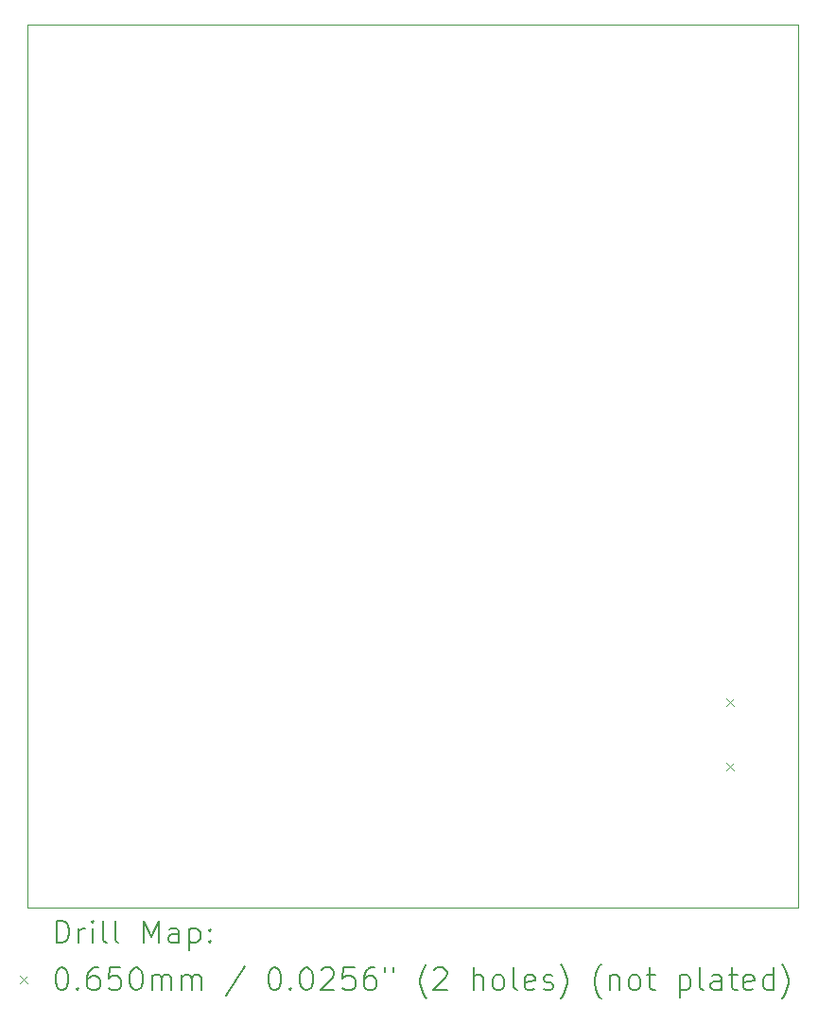
<source format=gbr>
%TF.GenerationSoftware,KiCad,Pcbnew,8.0.3*%
%TF.CreationDate,2024-07-18T22:26:14+08:00*%
%TF.ProjectId,NTC,4e54432e-6b69-4636-9164-5f7063625858,rev?*%
%TF.SameCoordinates,Original*%
%TF.FileFunction,Drillmap*%
%TF.FilePolarity,Positive*%
%FSLAX45Y45*%
G04 Gerber Fmt 4.5, Leading zero omitted, Abs format (unit mm)*
G04 Created by KiCad (PCBNEW 8.0.3) date 2024-07-18 22:26:14*
%MOMM*%
%LPD*%
G01*
G04 APERTURE LIST*
%ADD10C,0.100000*%
%ADD11C,0.200000*%
G04 APERTURE END LIST*
D10*
X18450000Y-5000000D02*
X18450000Y-12900000D01*
X11550000Y-5000000D02*
X18450000Y-5000000D01*
X11550000Y-5000000D02*
X11550000Y-12900000D01*
X18450000Y-12900000D02*
X11550000Y-12900000D01*
D11*
D10*
X17807000Y-11028500D02*
X17872000Y-11093500D01*
X17872000Y-11028500D02*
X17807000Y-11093500D01*
X17807000Y-11606500D02*
X17872000Y-11671500D01*
X17872000Y-11606500D02*
X17807000Y-11671500D01*
D11*
X11805777Y-13216484D02*
X11805777Y-13016484D01*
X11805777Y-13016484D02*
X11853396Y-13016484D01*
X11853396Y-13016484D02*
X11881967Y-13026008D01*
X11881967Y-13026008D02*
X11901015Y-13045055D01*
X11901015Y-13045055D02*
X11910539Y-13064103D01*
X11910539Y-13064103D02*
X11920062Y-13102198D01*
X11920062Y-13102198D02*
X11920062Y-13130769D01*
X11920062Y-13130769D02*
X11910539Y-13168865D01*
X11910539Y-13168865D02*
X11901015Y-13187912D01*
X11901015Y-13187912D02*
X11881967Y-13206960D01*
X11881967Y-13206960D02*
X11853396Y-13216484D01*
X11853396Y-13216484D02*
X11805777Y-13216484D01*
X12005777Y-13216484D02*
X12005777Y-13083150D01*
X12005777Y-13121246D02*
X12015301Y-13102198D01*
X12015301Y-13102198D02*
X12024824Y-13092674D01*
X12024824Y-13092674D02*
X12043872Y-13083150D01*
X12043872Y-13083150D02*
X12062920Y-13083150D01*
X12129586Y-13216484D02*
X12129586Y-13083150D01*
X12129586Y-13016484D02*
X12120062Y-13026008D01*
X12120062Y-13026008D02*
X12129586Y-13035531D01*
X12129586Y-13035531D02*
X12139110Y-13026008D01*
X12139110Y-13026008D02*
X12129586Y-13016484D01*
X12129586Y-13016484D02*
X12129586Y-13035531D01*
X12253396Y-13216484D02*
X12234348Y-13206960D01*
X12234348Y-13206960D02*
X12224824Y-13187912D01*
X12224824Y-13187912D02*
X12224824Y-13016484D01*
X12358158Y-13216484D02*
X12339110Y-13206960D01*
X12339110Y-13206960D02*
X12329586Y-13187912D01*
X12329586Y-13187912D02*
X12329586Y-13016484D01*
X12586729Y-13216484D02*
X12586729Y-13016484D01*
X12586729Y-13016484D02*
X12653396Y-13159341D01*
X12653396Y-13159341D02*
X12720062Y-13016484D01*
X12720062Y-13016484D02*
X12720062Y-13216484D01*
X12901015Y-13216484D02*
X12901015Y-13111722D01*
X12901015Y-13111722D02*
X12891491Y-13092674D01*
X12891491Y-13092674D02*
X12872443Y-13083150D01*
X12872443Y-13083150D02*
X12834348Y-13083150D01*
X12834348Y-13083150D02*
X12815301Y-13092674D01*
X12901015Y-13206960D02*
X12881967Y-13216484D01*
X12881967Y-13216484D02*
X12834348Y-13216484D01*
X12834348Y-13216484D02*
X12815301Y-13206960D01*
X12815301Y-13206960D02*
X12805777Y-13187912D01*
X12805777Y-13187912D02*
X12805777Y-13168865D01*
X12805777Y-13168865D02*
X12815301Y-13149817D01*
X12815301Y-13149817D02*
X12834348Y-13140293D01*
X12834348Y-13140293D02*
X12881967Y-13140293D01*
X12881967Y-13140293D02*
X12901015Y-13130769D01*
X12996253Y-13083150D02*
X12996253Y-13283150D01*
X12996253Y-13092674D02*
X13015301Y-13083150D01*
X13015301Y-13083150D02*
X13053396Y-13083150D01*
X13053396Y-13083150D02*
X13072443Y-13092674D01*
X13072443Y-13092674D02*
X13081967Y-13102198D01*
X13081967Y-13102198D02*
X13091491Y-13121246D01*
X13091491Y-13121246D02*
X13091491Y-13178388D01*
X13091491Y-13178388D02*
X13081967Y-13197436D01*
X13081967Y-13197436D02*
X13072443Y-13206960D01*
X13072443Y-13206960D02*
X13053396Y-13216484D01*
X13053396Y-13216484D02*
X13015301Y-13216484D01*
X13015301Y-13216484D02*
X12996253Y-13206960D01*
X13177205Y-13197436D02*
X13186729Y-13206960D01*
X13186729Y-13206960D02*
X13177205Y-13216484D01*
X13177205Y-13216484D02*
X13167682Y-13206960D01*
X13167682Y-13206960D02*
X13177205Y-13197436D01*
X13177205Y-13197436D02*
X13177205Y-13216484D01*
X13177205Y-13092674D02*
X13186729Y-13102198D01*
X13186729Y-13102198D02*
X13177205Y-13111722D01*
X13177205Y-13111722D02*
X13167682Y-13102198D01*
X13167682Y-13102198D02*
X13177205Y-13092674D01*
X13177205Y-13092674D02*
X13177205Y-13111722D01*
D10*
X11480000Y-13512500D02*
X11545000Y-13577500D01*
X11545000Y-13512500D02*
X11480000Y-13577500D01*
D11*
X11843872Y-13436484D02*
X11862920Y-13436484D01*
X11862920Y-13436484D02*
X11881967Y-13446008D01*
X11881967Y-13446008D02*
X11891491Y-13455531D01*
X11891491Y-13455531D02*
X11901015Y-13474579D01*
X11901015Y-13474579D02*
X11910539Y-13512674D01*
X11910539Y-13512674D02*
X11910539Y-13560293D01*
X11910539Y-13560293D02*
X11901015Y-13598388D01*
X11901015Y-13598388D02*
X11891491Y-13617436D01*
X11891491Y-13617436D02*
X11881967Y-13626960D01*
X11881967Y-13626960D02*
X11862920Y-13636484D01*
X11862920Y-13636484D02*
X11843872Y-13636484D01*
X11843872Y-13636484D02*
X11824824Y-13626960D01*
X11824824Y-13626960D02*
X11815301Y-13617436D01*
X11815301Y-13617436D02*
X11805777Y-13598388D01*
X11805777Y-13598388D02*
X11796253Y-13560293D01*
X11796253Y-13560293D02*
X11796253Y-13512674D01*
X11796253Y-13512674D02*
X11805777Y-13474579D01*
X11805777Y-13474579D02*
X11815301Y-13455531D01*
X11815301Y-13455531D02*
X11824824Y-13446008D01*
X11824824Y-13446008D02*
X11843872Y-13436484D01*
X11996253Y-13617436D02*
X12005777Y-13626960D01*
X12005777Y-13626960D02*
X11996253Y-13636484D01*
X11996253Y-13636484D02*
X11986729Y-13626960D01*
X11986729Y-13626960D02*
X11996253Y-13617436D01*
X11996253Y-13617436D02*
X11996253Y-13636484D01*
X12177205Y-13436484D02*
X12139110Y-13436484D01*
X12139110Y-13436484D02*
X12120062Y-13446008D01*
X12120062Y-13446008D02*
X12110539Y-13455531D01*
X12110539Y-13455531D02*
X12091491Y-13484103D01*
X12091491Y-13484103D02*
X12081967Y-13522198D01*
X12081967Y-13522198D02*
X12081967Y-13598388D01*
X12081967Y-13598388D02*
X12091491Y-13617436D01*
X12091491Y-13617436D02*
X12101015Y-13626960D01*
X12101015Y-13626960D02*
X12120062Y-13636484D01*
X12120062Y-13636484D02*
X12158158Y-13636484D01*
X12158158Y-13636484D02*
X12177205Y-13626960D01*
X12177205Y-13626960D02*
X12186729Y-13617436D01*
X12186729Y-13617436D02*
X12196253Y-13598388D01*
X12196253Y-13598388D02*
X12196253Y-13550769D01*
X12196253Y-13550769D02*
X12186729Y-13531722D01*
X12186729Y-13531722D02*
X12177205Y-13522198D01*
X12177205Y-13522198D02*
X12158158Y-13512674D01*
X12158158Y-13512674D02*
X12120062Y-13512674D01*
X12120062Y-13512674D02*
X12101015Y-13522198D01*
X12101015Y-13522198D02*
X12091491Y-13531722D01*
X12091491Y-13531722D02*
X12081967Y-13550769D01*
X12377205Y-13436484D02*
X12281967Y-13436484D01*
X12281967Y-13436484D02*
X12272443Y-13531722D01*
X12272443Y-13531722D02*
X12281967Y-13522198D01*
X12281967Y-13522198D02*
X12301015Y-13512674D01*
X12301015Y-13512674D02*
X12348634Y-13512674D01*
X12348634Y-13512674D02*
X12367682Y-13522198D01*
X12367682Y-13522198D02*
X12377205Y-13531722D01*
X12377205Y-13531722D02*
X12386729Y-13550769D01*
X12386729Y-13550769D02*
X12386729Y-13598388D01*
X12386729Y-13598388D02*
X12377205Y-13617436D01*
X12377205Y-13617436D02*
X12367682Y-13626960D01*
X12367682Y-13626960D02*
X12348634Y-13636484D01*
X12348634Y-13636484D02*
X12301015Y-13636484D01*
X12301015Y-13636484D02*
X12281967Y-13626960D01*
X12281967Y-13626960D02*
X12272443Y-13617436D01*
X12510539Y-13436484D02*
X12529586Y-13436484D01*
X12529586Y-13436484D02*
X12548634Y-13446008D01*
X12548634Y-13446008D02*
X12558158Y-13455531D01*
X12558158Y-13455531D02*
X12567682Y-13474579D01*
X12567682Y-13474579D02*
X12577205Y-13512674D01*
X12577205Y-13512674D02*
X12577205Y-13560293D01*
X12577205Y-13560293D02*
X12567682Y-13598388D01*
X12567682Y-13598388D02*
X12558158Y-13617436D01*
X12558158Y-13617436D02*
X12548634Y-13626960D01*
X12548634Y-13626960D02*
X12529586Y-13636484D01*
X12529586Y-13636484D02*
X12510539Y-13636484D01*
X12510539Y-13636484D02*
X12491491Y-13626960D01*
X12491491Y-13626960D02*
X12481967Y-13617436D01*
X12481967Y-13617436D02*
X12472443Y-13598388D01*
X12472443Y-13598388D02*
X12462920Y-13560293D01*
X12462920Y-13560293D02*
X12462920Y-13512674D01*
X12462920Y-13512674D02*
X12472443Y-13474579D01*
X12472443Y-13474579D02*
X12481967Y-13455531D01*
X12481967Y-13455531D02*
X12491491Y-13446008D01*
X12491491Y-13446008D02*
X12510539Y-13436484D01*
X12662920Y-13636484D02*
X12662920Y-13503150D01*
X12662920Y-13522198D02*
X12672443Y-13512674D01*
X12672443Y-13512674D02*
X12691491Y-13503150D01*
X12691491Y-13503150D02*
X12720063Y-13503150D01*
X12720063Y-13503150D02*
X12739110Y-13512674D01*
X12739110Y-13512674D02*
X12748634Y-13531722D01*
X12748634Y-13531722D02*
X12748634Y-13636484D01*
X12748634Y-13531722D02*
X12758158Y-13512674D01*
X12758158Y-13512674D02*
X12777205Y-13503150D01*
X12777205Y-13503150D02*
X12805777Y-13503150D01*
X12805777Y-13503150D02*
X12824824Y-13512674D01*
X12824824Y-13512674D02*
X12834348Y-13531722D01*
X12834348Y-13531722D02*
X12834348Y-13636484D01*
X12929586Y-13636484D02*
X12929586Y-13503150D01*
X12929586Y-13522198D02*
X12939110Y-13512674D01*
X12939110Y-13512674D02*
X12958158Y-13503150D01*
X12958158Y-13503150D02*
X12986729Y-13503150D01*
X12986729Y-13503150D02*
X13005777Y-13512674D01*
X13005777Y-13512674D02*
X13015301Y-13531722D01*
X13015301Y-13531722D02*
X13015301Y-13636484D01*
X13015301Y-13531722D02*
X13024824Y-13512674D01*
X13024824Y-13512674D02*
X13043872Y-13503150D01*
X13043872Y-13503150D02*
X13072443Y-13503150D01*
X13072443Y-13503150D02*
X13091491Y-13512674D01*
X13091491Y-13512674D02*
X13101015Y-13531722D01*
X13101015Y-13531722D02*
X13101015Y-13636484D01*
X13491491Y-13426960D02*
X13320063Y-13684103D01*
X13748634Y-13436484D02*
X13767682Y-13436484D01*
X13767682Y-13436484D02*
X13786729Y-13446008D01*
X13786729Y-13446008D02*
X13796253Y-13455531D01*
X13796253Y-13455531D02*
X13805777Y-13474579D01*
X13805777Y-13474579D02*
X13815301Y-13512674D01*
X13815301Y-13512674D02*
X13815301Y-13560293D01*
X13815301Y-13560293D02*
X13805777Y-13598388D01*
X13805777Y-13598388D02*
X13796253Y-13617436D01*
X13796253Y-13617436D02*
X13786729Y-13626960D01*
X13786729Y-13626960D02*
X13767682Y-13636484D01*
X13767682Y-13636484D02*
X13748634Y-13636484D01*
X13748634Y-13636484D02*
X13729586Y-13626960D01*
X13729586Y-13626960D02*
X13720063Y-13617436D01*
X13720063Y-13617436D02*
X13710539Y-13598388D01*
X13710539Y-13598388D02*
X13701015Y-13560293D01*
X13701015Y-13560293D02*
X13701015Y-13512674D01*
X13701015Y-13512674D02*
X13710539Y-13474579D01*
X13710539Y-13474579D02*
X13720063Y-13455531D01*
X13720063Y-13455531D02*
X13729586Y-13446008D01*
X13729586Y-13446008D02*
X13748634Y-13436484D01*
X13901015Y-13617436D02*
X13910539Y-13626960D01*
X13910539Y-13626960D02*
X13901015Y-13636484D01*
X13901015Y-13636484D02*
X13891491Y-13626960D01*
X13891491Y-13626960D02*
X13901015Y-13617436D01*
X13901015Y-13617436D02*
X13901015Y-13636484D01*
X14034348Y-13436484D02*
X14053396Y-13436484D01*
X14053396Y-13436484D02*
X14072444Y-13446008D01*
X14072444Y-13446008D02*
X14081967Y-13455531D01*
X14081967Y-13455531D02*
X14091491Y-13474579D01*
X14091491Y-13474579D02*
X14101015Y-13512674D01*
X14101015Y-13512674D02*
X14101015Y-13560293D01*
X14101015Y-13560293D02*
X14091491Y-13598388D01*
X14091491Y-13598388D02*
X14081967Y-13617436D01*
X14081967Y-13617436D02*
X14072444Y-13626960D01*
X14072444Y-13626960D02*
X14053396Y-13636484D01*
X14053396Y-13636484D02*
X14034348Y-13636484D01*
X14034348Y-13636484D02*
X14015301Y-13626960D01*
X14015301Y-13626960D02*
X14005777Y-13617436D01*
X14005777Y-13617436D02*
X13996253Y-13598388D01*
X13996253Y-13598388D02*
X13986729Y-13560293D01*
X13986729Y-13560293D02*
X13986729Y-13512674D01*
X13986729Y-13512674D02*
X13996253Y-13474579D01*
X13996253Y-13474579D02*
X14005777Y-13455531D01*
X14005777Y-13455531D02*
X14015301Y-13446008D01*
X14015301Y-13446008D02*
X14034348Y-13436484D01*
X14177206Y-13455531D02*
X14186729Y-13446008D01*
X14186729Y-13446008D02*
X14205777Y-13436484D01*
X14205777Y-13436484D02*
X14253396Y-13436484D01*
X14253396Y-13436484D02*
X14272444Y-13446008D01*
X14272444Y-13446008D02*
X14281967Y-13455531D01*
X14281967Y-13455531D02*
X14291491Y-13474579D01*
X14291491Y-13474579D02*
X14291491Y-13493627D01*
X14291491Y-13493627D02*
X14281967Y-13522198D01*
X14281967Y-13522198D02*
X14167682Y-13636484D01*
X14167682Y-13636484D02*
X14291491Y-13636484D01*
X14472444Y-13436484D02*
X14377206Y-13436484D01*
X14377206Y-13436484D02*
X14367682Y-13531722D01*
X14367682Y-13531722D02*
X14377206Y-13522198D01*
X14377206Y-13522198D02*
X14396253Y-13512674D01*
X14396253Y-13512674D02*
X14443872Y-13512674D01*
X14443872Y-13512674D02*
X14462920Y-13522198D01*
X14462920Y-13522198D02*
X14472444Y-13531722D01*
X14472444Y-13531722D02*
X14481967Y-13550769D01*
X14481967Y-13550769D02*
X14481967Y-13598388D01*
X14481967Y-13598388D02*
X14472444Y-13617436D01*
X14472444Y-13617436D02*
X14462920Y-13626960D01*
X14462920Y-13626960D02*
X14443872Y-13636484D01*
X14443872Y-13636484D02*
X14396253Y-13636484D01*
X14396253Y-13636484D02*
X14377206Y-13626960D01*
X14377206Y-13626960D02*
X14367682Y-13617436D01*
X14653396Y-13436484D02*
X14615301Y-13436484D01*
X14615301Y-13436484D02*
X14596253Y-13446008D01*
X14596253Y-13446008D02*
X14586729Y-13455531D01*
X14586729Y-13455531D02*
X14567682Y-13484103D01*
X14567682Y-13484103D02*
X14558158Y-13522198D01*
X14558158Y-13522198D02*
X14558158Y-13598388D01*
X14558158Y-13598388D02*
X14567682Y-13617436D01*
X14567682Y-13617436D02*
X14577206Y-13626960D01*
X14577206Y-13626960D02*
X14596253Y-13636484D01*
X14596253Y-13636484D02*
X14634348Y-13636484D01*
X14634348Y-13636484D02*
X14653396Y-13626960D01*
X14653396Y-13626960D02*
X14662920Y-13617436D01*
X14662920Y-13617436D02*
X14672444Y-13598388D01*
X14672444Y-13598388D02*
X14672444Y-13550769D01*
X14672444Y-13550769D02*
X14662920Y-13531722D01*
X14662920Y-13531722D02*
X14653396Y-13522198D01*
X14653396Y-13522198D02*
X14634348Y-13512674D01*
X14634348Y-13512674D02*
X14596253Y-13512674D01*
X14596253Y-13512674D02*
X14577206Y-13522198D01*
X14577206Y-13522198D02*
X14567682Y-13531722D01*
X14567682Y-13531722D02*
X14558158Y-13550769D01*
X14748634Y-13436484D02*
X14748634Y-13474579D01*
X14824825Y-13436484D02*
X14824825Y-13474579D01*
X15120063Y-13712674D02*
X15110539Y-13703150D01*
X15110539Y-13703150D02*
X15091491Y-13674579D01*
X15091491Y-13674579D02*
X15081968Y-13655531D01*
X15081968Y-13655531D02*
X15072444Y-13626960D01*
X15072444Y-13626960D02*
X15062920Y-13579341D01*
X15062920Y-13579341D02*
X15062920Y-13541246D01*
X15062920Y-13541246D02*
X15072444Y-13493627D01*
X15072444Y-13493627D02*
X15081968Y-13465055D01*
X15081968Y-13465055D02*
X15091491Y-13446008D01*
X15091491Y-13446008D02*
X15110539Y-13417436D01*
X15110539Y-13417436D02*
X15120063Y-13407912D01*
X15186729Y-13455531D02*
X15196253Y-13446008D01*
X15196253Y-13446008D02*
X15215301Y-13436484D01*
X15215301Y-13436484D02*
X15262920Y-13436484D01*
X15262920Y-13436484D02*
X15281968Y-13446008D01*
X15281968Y-13446008D02*
X15291491Y-13455531D01*
X15291491Y-13455531D02*
X15301015Y-13474579D01*
X15301015Y-13474579D02*
X15301015Y-13493627D01*
X15301015Y-13493627D02*
X15291491Y-13522198D01*
X15291491Y-13522198D02*
X15177206Y-13636484D01*
X15177206Y-13636484D02*
X15301015Y-13636484D01*
X15539110Y-13636484D02*
X15539110Y-13436484D01*
X15624825Y-13636484D02*
X15624825Y-13531722D01*
X15624825Y-13531722D02*
X15615301Y-13512674D01*
X15615301Y-13512674D02*
X15596253Y-13503150D01*
X15596253Y-13503150D02*
X15567682Y-13503150D01*
X15567682Y-13503150D02*
X15548634Y-13512674D01*
X15548634Y-13512674D02*
X15539110Y-13522198D01*
X15748634Y-13636484D02*
X15729587Y-13626960D01*
X15729587Y-13626960D02*
X15720063Y-13617436D01*
X15720063Y-13617436D02*
X15710539Y-13598388D01*
X15710539Y-13598388D02*
X15710539Y-13541246D01*
X15710539Y-13541246D02*
X15720063Y-13522198D01*
X15720063Y-13522198D02*
X15729587Y-13512674D01*
X15729587Y-13512674D02*
X15748634Y-13503150D01*
X15748634Y-13503150D02*
X15777206Y-13503150D01*
X15777206Y-13503150D02*
X15796253Y-13512674D01*
X15796253Y-13512674D02*
X15805777Y-13522198D01*
X15805777Y-13522198D02*
X15815301Y-13541246D01*
X15815301Y-13541246D02*
X15815301Y-13598388D01*
X15815301Y-13598388D02*
X15805777Y-13617436D01*
X15805777Y-13617436D02*
X15796253Y-13626960D01*
X15796253Y-13626960D02*
X15777206Y-13636484D01*
X15777206Y-13636484D02*
X15748634Y-13636484D01*
X15929587Y-13636484D02*
X15910539Y-13626960D01*
X15910539Y-13626960D02*
X15901015Y-13607912D01*
X15901015Y-13607912D02*
X15901015Y-13436484D01*
X16081968Y-13626960D02*
X16062920Y-13636484D01*
X16062920Y-13636484D02*
X16024825Y-13636484D01*
X16024825Y-13636484D02*
X16005777Y-13626960D01*
X16005777Y-13626960D02*
X15996253Y-13607912D01*
X15996253Y-13607912D02*
X15996253Y-13531722D01*
X15996253Y-13531722D02*
X16005777Y-13512674D01*
X16005777Y-13512674D02*
X16024825Y-13503150D01*
X16024825Y-13503150D02*
X16062920Y-13503150D01*
X16062920Y-13503150D02*
X16081968Y-13512674D01*
X16081968Y-13512674D02*
X16091491Y-13531722D01*
X16091491Y-13531722D02*
X16091491Y-13550769D01*
X16091491Y-13550769D02*
X15996253Y-13569817D01*
X16167682Y-13626960D02*
X16186730Y-13636484D01*
X16186730Y-13636484D02*
X16224825Y-13636484D01*
X16224825Y-13636484D02*
X16243872Y-13626960D01*
X16243872Y-13626960D02*
X16253396Y-13607912D01*
X16253396Y-13607912D02*
X16253396Y-13598388D01*
X16253396Y-13598388D02*
X16243872Y-13579341D01*
X16243872Y-13579341D02*
X16224825Y-13569817D01*
X16224825Y-13569817D02*
X16196253Y-13569817D01*
X16196253Y-13569817D02*
X16177206Y-13560293D01*
X16177206Y-13560293D02*
X16167682Y-13541246D01*
X16167682Y-13541246D02*
X16167682Y-13531722D01*
X16167682Y-13531722D02*
X16177206Y-13512674D01*
X16177206Y-13512674D02*
X16196253Y-13503150D01*
X16196253Y-13503150D02*
X16224825Y-13503150D01*
X16224825Y-13503150D02*
X16243872Y-13512674D01*
X16320063Y-13712674D02*
X16329587Y-13703150D01*
X16329587Y-13703150D02*
X16348634Y-13674579D01*
X16348634Y-13674579D02*
X16358158Y-13655531D01*
X16358158Y-13655531D02*
X16367682Y-13626960D01*
X16367682Y-13626960D02*
X16377206Y-13579341D01*
X16377206Y-13579341D02*
X16377206Y-13541246D01*
X16377206Y-13541246D02*
X16367682Y-13493627D01*
X16367682Y-13493627D02*
X16358158Y-13465055D01*
X16358158Y-13465055D02*
X16348634Y-13446008D01*
X16348634Y-13446008D02*
X16329587Y-13417436D01*
X16329587Y-13417436D02*
X16320063Y-13407912D01*
X16681968Y-13712674D02*
X16672444Y-13703150D01*
X16672444Y-13703150D02*
X16653396Y-13674579D01*
X16653396Y-13674579D02*
X16643872Y-13655531D01*
X16643872Y-13655531D02*
X16634349Y-13626960D01*
X16634349Y-13626960D02*
X16624825Y-13579341D01*
X16624825Y-13579341D02*
X16624825Y-13541246D01*
X16624825Y-13541246D02*
X16634349Y-13493627D01*
X16634349Y-13493627D02*
X16643872Y-13465055D01*
X16643872Y-13465055D02*
X16653396Y-13446008D01*
X16653396Y-13446008D02*
X16672444Y-13417436D01*
X16672444Y-13417436D02*
X16681968Y-13407912D01*
X16758158Y-13503150D02*
X16758158Y-13636484D01*
X16758158Y-13522198D02*
X16767682Y-13512674D01*
X16767682Y-13512674D02*
X16786730Y-13503150D01*
X16786730Y-13503150D02*
X16815301Y-13503150D01*
X16815301Y-13503150D02*
X16834349Y-13512674D01*
X16834349Y-13512674D02*
X16843873Y-13531722D01*
X16843873Y-13531722D02*
X16843873Y-13636484D01*
X16967682Y-13636484D02*
X16948634Y-13626960D01*
X16948634Y-13626960D02*
X16939111Y-13617436D01*
X16939111Y-13617436D02*
X16929587Y-13598388D01*
X16929587Y-13598388D02*
X16929587Y-13541246D01*
X16929587Y-13541246D02*
X16939111Y-13522198D01*
X16939111Y-13522198D02*
X16948634Y-13512674D01*
X16948634Y-13512674D02*
X16967682Y-13503150D01*
X16967682Y-13503150D02*
X16996254Y-13503150D01*
X16996254Y-13503150D02*
X17015301Y-13512674D01*
X17015301Y-13512674D02*
X17024825Y-13522198D01*
X17024825Y-13522198D02*
X17034349Y-13541246D01*
X17034349Y-13541246D02*
X17034349Y-13598388D01*
X17034349Y-13598388D02*
X17024825Y-13617436D01*
X17024825Y-13617436D02*
X17015301Y-13626960D01*
X17015301Y-13626960D02*
X16996254Y-13636484D01*
X16996254Y-13636484D02*
X16967682Y-13636484D01*
X17091492Y-13503150D02*
X17167682Y-13503150D01*
X17120063Y-13436484D02*
X17120063Y-13607912D01*
X17120063Y-13607912D02*
X17129587Y-13626960D01*
X17129587Y-13626960D02*
X17148634Y-13636484D01*
X17148634Y-13636484D02*
X17167682Y-13636484D01*
X17386730Y-13503150D02*
X17386730Y-13703150D01*
X17386730Y-13512674D02*
X17405777Y-13503150D01*
X17405777Y-13503150D02*
X17443873Y-13503150D01*
X17443873Y-13503150D02*
X17462920Y-13512674D01*
X17462920Y-13512674D02*
X17472444Y-13522198D01*
X17472444Y-13522198D02*
X17481968Y-13541246D01*
X17481968Y-13541246D02*
X17481968Y-13598388D01*
X17481968Y-13598388D02*
X17472444Y-13617436D01*
X17472444Y-13617436D02*
X17462920Y-13626960D01*
X17462920Y-13626960D02*
X17443873Y-13636484D01*
X17443873Y-13636484D02*
X17405777Y-13636484D01*
X17405777Y-13636484D02*
X17386730Y-13626960D01*
X17596254Y-13636484D02*
X17577206Y-13626960D01*
X17577206Y-13626960D02*
X17567682Y-13607912D01*
X17567682Y-13607912D02*
X17567682Y-13436484D01*
X17758158Y-13636484D02*
X17758158Y-13531722D01*
X17758158Y-13531722D02*
X17748635Y-13512674D01*
X17748635Y-13512674D02*
X17729587Y-13503150D01*
X17729587Y-13503150D02*
X17691492Y-13503150D01*
X17691492Y-13503150D02*
X17672444Y-13512674D01*
X17758158Y-13626960D02*
X17739111Y-13636484D01*
X17739111Y-13636484D02*
X17691492Y-13636484D01*
X17691492Y-13636484D02*
X17672444Y-13626960D01*
X17672444Y-13626960D02*
X17662920Y-13607912D01*
X17662920Y-13607912D02*
X17662920Y-13588865D01*
X17662920Y-13588865D02*
X17672444Y-13569817D01*
X17672444Y-13569817D02*
X17691492Y-13560293D01*
X17691492Y-13560293D02*
X17739111Y-13560293D01*
X17739111Y-13560293D02*
X17758158Y-13550769D01*
X17824825Y-13503150D02*
X17901015Y-13503150D01*
X17853396Y-13436484D02*
X17853396Y-13607912D01*
X17853396Y-13607912D02*
X17862920Y-13626960D01*
X17862920Y-13626960D02*
X17881968Y-13636484D01*
X17881968Y-13636484D02*
X17901015Y-13636484D01*
X18043873Y-13626960D02*
X18024825Y-13636484D01*
X18024825Y-13636484D02*
X17986730Y-13636484D01*
X17986730Y-13636484D02*
X17967682Y-13626960D01*
X17967682Y-13626960D02*
X17958158Y-13607912D01*
X17958158Y-13607912D02*
X17958158Y-13531722D01*
X17958158Y-13531722D02*
X17967682Y-13512674D01*
X17967682Y-13512674D02*
X17986730Y-13503150D01*
X17986730Y-13503150D02*
X18024825Y-13503150D01*
X18024825Y-13503150D02*
X18043873Y-13512674D01*
X18043873Y-13512674D02*
X18053396Y-13531722D01*
X18053396Y-13531722D02*
X18053396Y-13550769D01*
X18053396Y-13550769D02*
X17958158Y-13569817D01*
X18224825Y-13636484D02*
X18224825Y-13436484D01*
X18224825Y-13626960D02*
X18205777Y-13636484D01*
X18205777Y-13636484D02*
X18167682Y-13636484D01*
X18167682Y-13636484D02*
X18148635Y-13626960D01*
X18148635Y-13626960D02*
X18139111Y-13617436D01*
X18139111Y-13617436D02*
X18129587Y-13598388D01*
X18129587Y-13598388D02*
X18129587Y-13541246D01*
X18129587Y-13541246D02*
X18139111Y-13522198D01*
X18139111Y-13522198D02*
X18148635Y-13512674D01*
X18148635Y-13512674D02*
X18167682Y-13503150D01*
X18167682Y-13503150D02*
X18205777Y-13503150D01*
X18205777Y-13503150D02*
X18224825Y-13512674D01*
X18301016Y-13712674D02*
X18310539Y-13703150D01*
X18310539Y-13703150D02*
X18329587Y-13674579D01*
X18329587Y-13674579D02*
X18339111Y-13655531D01*
X18339111Y-13655531D02*
X18348635Y-13626960D01*
X18348635Y-13626960D02*
X18358158Y-13579341D01*
X18358158Y-13579341D02*
X18358158Y-13541246D01*
X18358158Y-13541246D02*
X18348635Y-13493627D01*
X18348635Y-13493627D02*
X18339111Y-13465055D01*
X18339111Y-13465055D02*
X18329587Y-13446008D01*
X18329587Y-13446008D02*
X18310539Y-13417436D01*
X18310539Y-13417436D02*
X18301016Y-13407912D01*
M02*

</source>
